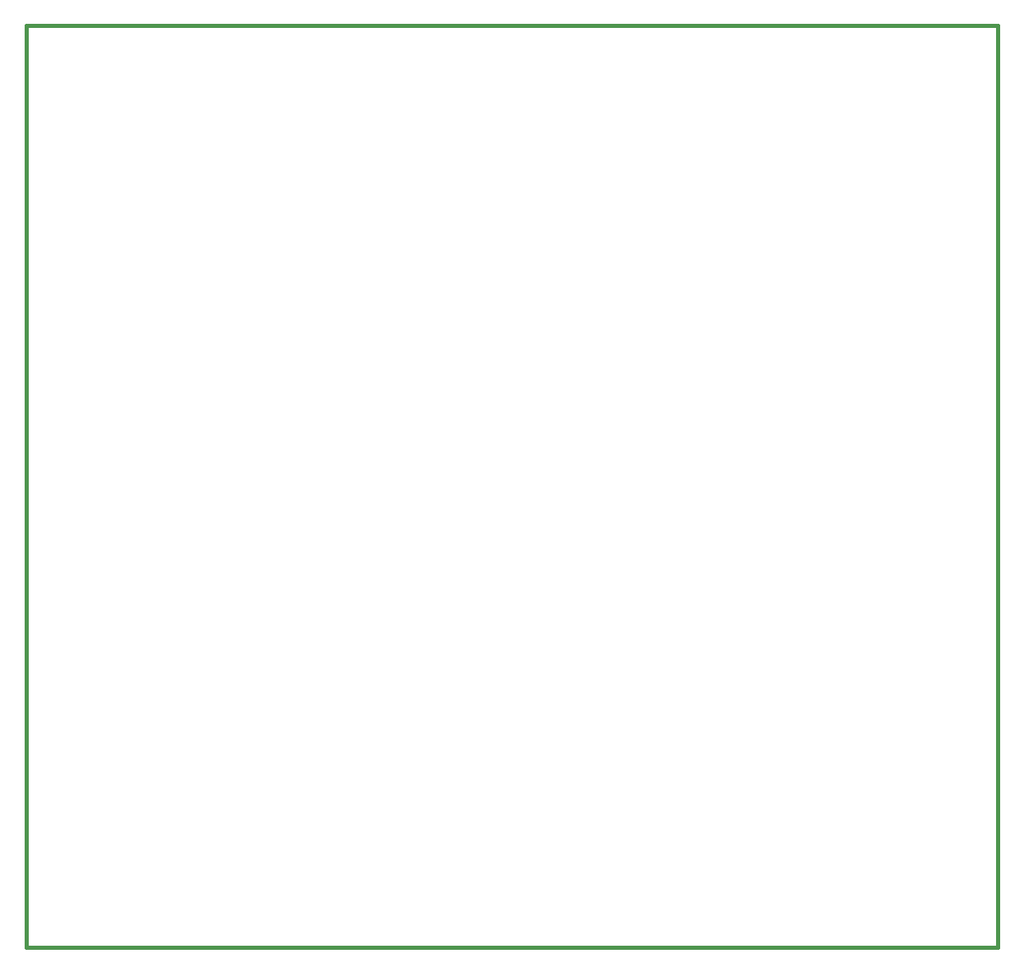
<source format=gbr>
G04 (created by PCBNEW (2013-07-07 BZR 4022)-stable) date 2/9/2014 8:47:50 PM*
%MOIN*%
G04 Gerber Fmt 3.4, Leading zero omitted, Abs format*
%FSLAX34Y34*%
G01*
G70*
G90*
G04 APERTURE LIST*
%ADD10C,0.00590551*%
%ADD11C,0.015*%
G04 APERTURE END LIST*
G54D10*
G54D11*
X0Y37401D02*
X39400Y37401D01*
X0Y0D02*
X39400Y0D01*
X0Y37401D02*
X0Y0D01*
X39400Y37401D02*
X39400Y0D01*
M02*

</source>
